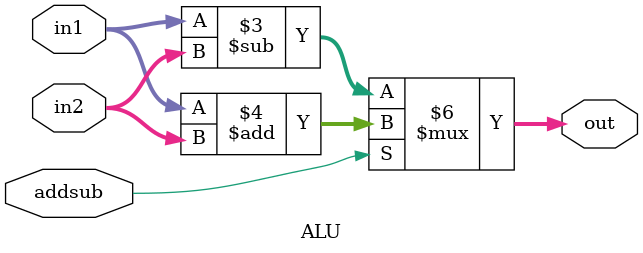
<source format=v>
module ALU (
    output reg[15:0] out,
    input [15:0] in1,
    input [15:0] in2,
    input addsub
);
always @(*)
  begin
  if(addsub == 0)
    out = in1 - in2;
  else 
    out = in1 +in2;
  end

endmodule
</source>
